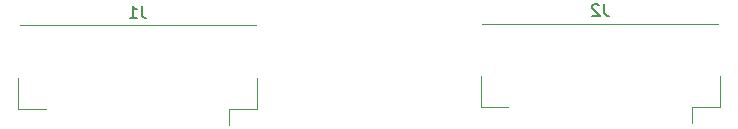
<source format=gbr>
%TF.GenerationSoftware,KiCad,Pcbnew,9.0.7*%
%TF.CreationDate,2026-02-05T13:43:51+01:00*%
%TF.ProjectId,led_bage,6c65645f-6261-4676-952e-6b696361645f,rev?*%
%TF.SameCoordinates,Original*%
%TF.FileFunction,Legend,Bot*%
%TF.FilePolarity,Positive*%
%FSLAX46Y46*%
G04 Gerber Fmt 4.6, Leading zero omitted, Abs format (unit mm)*
G04 Created by KiCad (PCBNEW 9.0.7) date 2026-02-05 13:43:51*
%MOMM*%
%LPD*%
G01*
G04 APERTURE LIST*
%ADD10C,0.150000*%
%ADD11C,0.120000*%
G04 APERTURE END LIST*
D10*
X155933333Y-17554819D02*
X155933333Y-18269104D01*
X155933333Y-18269104D02*
X155980952Y-18411961D01*
X155980952Y-18411961D02*
X156076190Y-18507200D01*
X156076190Y-18507200D02*
X156219047Y-18554819D01*
X156219047Y-18554819D02*
X156314285Y-18554819D01*
X154933333Y-18554819D02*
X155504761Y-18554819D01*
X155219047Y-18554819D02*
X155219047Y-17554819D01*
X155219047Y-17554819D02*
X155314285Y-17697676D01*
X155314285Y-17697676D02*
X155409523Y-17792914D01*
X155409523Y-17792914D02*
X155504761Y-17840533D01*
X195083333Y-17404819D02*
X195083333Y-18119104D01*
X195083333Y-18119104D02*
X195130952Y-18261961D01*
X195130952Y-18261961D02*
X195226190Y-18357200D01*
X195226190Y-18357200D02*
X195369047Y-18404819D01*
X195369047Y-18404819D02*
X195464285Y-18404819D01*
X194654761Y-17500057D02*
X194607142Y-17452438D01*
X194607142Y-17452438D02*
X194511904Y-17404819D01*
X194511904Y-17404819D02*
X194273809Y-17404819D01*
X194273809Y-17404819D02*
X194178571Y-17452438D01*
X194178571Y-17452438D02*
X194130952Y-17500057D01*
X194130952Y-17500057D02*
X194083333Y-17595295D01*
X194083333Y-17595295D02*
X194083333Y-17690533D01*
X194083333Y-17690533D02*
X194130952Y-17833390D01*
X194130952Y-17833390D02*
X194702380Y-18404819D01*
X194702380Y-18404819D02*
X194083333Y-18404819D01*
D11*
%TO.C,J1*%
X145490000Y-23610000D02*
X145490000Y-26260000D01*
X145490000Y-26260000D02*
X147840000Y-26260000D01*
X163360000Y-26260000D02*
X163360000Y-27650000D01*
X165600000Y-19190000D02*
X145600000Y-19190000D01*
X165710000Y-23610000D02*
X165710000Y-26260000D01*
X165710000Y-26260000D02*
X163360000Y-26260000D01*
%TO.C,J2*%
X184640000Y-23460000D02*
X184640000Y-26110000D01*
X184640000Y-26110000D02*
X186990000Y-26110000D01*
X202510000Y-26110000D02*
X202510000Y-27500000D01*
X204750000Y-19040000D02*
X184750000Y-19040000D01*
X204860000Y-23460000D02*
X204860000Y-26110000D01*
X204860000Y-26110000D02*
X202510000Y-26110000D01*
%TD*%
M02*

</source>
